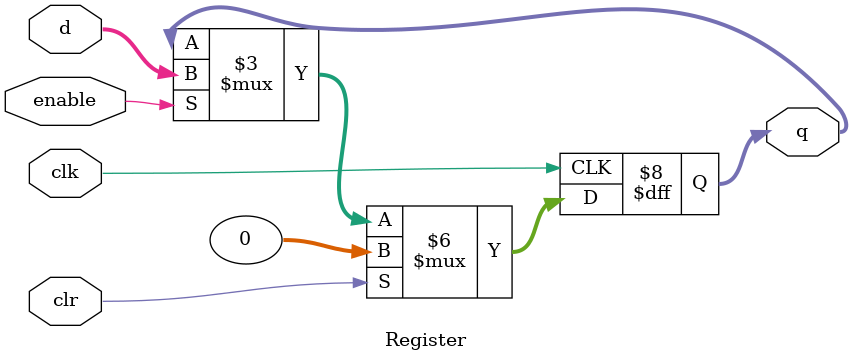
<source format=v>
module Register #(parameter VAL = 0
)(input clk, clr, enable, input [31:0] d, output reg [31:0] q);

initial q <= VAL;

always @ (posedge clk)
begin
	if (clr) begin
		q <= 32'b0;
	end else if (enable) begin
		q <= d;
	end
end

endmodule



</source>
